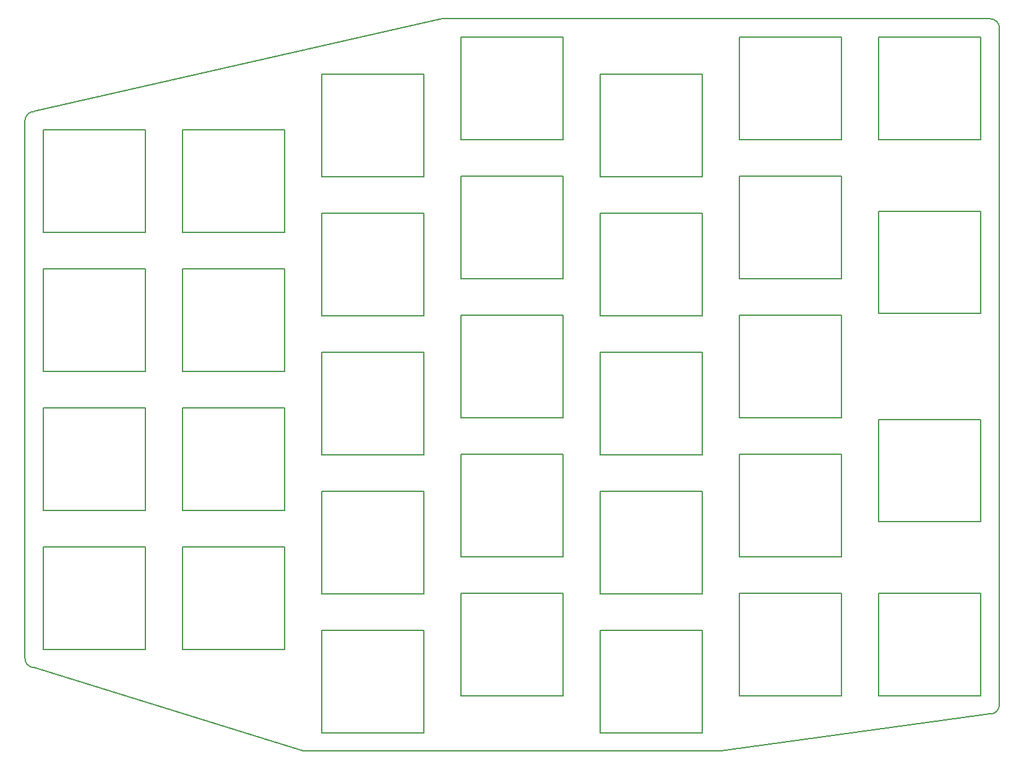
<source format=gbr>
G04 #@! TF.FileFunction,Profile,NP*
%FSLAX46Y46*%
G04 Gerber Fmt 4.6, Leading zero omitted, Abs format (unit mm)*
G04 Created by KiCad (PCBNEW 4.0.7+dfsg1-1~bpo9+1) date Sat May 26 14:25:42 2018*
%MOMM*%
%LPD*%
G01*
G04 APERTURE LIST*
%ADD10C,0.100000*%
%ADD11C,0.150000*%
G04 APERTURE END LIST*
D10*
D11*
X48895000Y-117475000D02*
X85725000Y-128905000D01*
X47625000Y-116205000D02*
G75*
G03X48895000Y-117475000I1270000J0D01*
G01*
X47625000Y-42545000D02*
X47625000Y-116205000D01*
X48895000Y-41275000D02*
X104775000Y-28575000D01*
X48895000Y-41275000D02*
G75*
G03X47625000Y-42545000I0J-1270000D01*
G01*
X142875000Y-128905000D02*
X85725000Y-128905000D01*
X179705000Y-123825000D02*
X142875000Y-128905000D01*
X179705000Y-123825000D02*
G75*
G03X180975000Y-122555000I0J1270000D01*
G01*
X180975000Y-29845000D02*
X180975000Y-122555000D01*
X104775000Y-28575000D02*
X179705000Y-28575000D01*
X180975000Y-29845000D02*
G75*
G03X179705000Y-28575000I-1270000J0D01*
G01*
X83200000Y-57800000D02*
X83200000Y-43800000D01*
X69200000Y-57800000D02*
X83200000Y-57800000D01*
X69200000Y-43800000D02*
X69200000Y-57800000D01*
X83200000Y-43800000D02*
X69200000Y-43800000D01*
X64150000Y-76850000D02*
X64150000Y-62850000D01*
X50150000Y-76850000D02*
X64150000Y-76850000D01*
X50150000Y-62850000D02*
X50150000Y-76850000D01*
X64150000Y-62850000D02*
X50150000Y-62850000D01*
X83200000Y-95900000D02*
X83200000Y-81900000D01*
X69200000Y-95900000D02*
X83200000Y-95900000D01*
X69200000Y-81900000D02*
X69200000Y-95900000D01*
X83200000Y-81900000D02*
X69200000Y-81900000D01*
X64150000Y-114950000D02*
X64150000Y-100950000D01*
X50150000Y-114950000D02*
X64150000Y-114950000D01*
X50150000Y-100950000D02*
X50150000Y-114950000D01*
X64150000Y-100950000D02*
X50150000Y-100950000D01*
X102250000Y-50180000D02*
X102250000Y-36180000D01*
X88250000Y-50180000D02*
X102250000Y-50180000D01*
X88250000Y-36180000D02*
X88250000Y-50180000D01*
X102250000Y-36180000D02*
X88250000Y-36180000D01*
X140350000Y-69230000D02*
X140350000Y-55230000D01*
X126350000Y-69230000D02*
X140350000Y-69230000D01*
X126350000Y-55230000D02*
X126350000Y-69230000D01*
X140350000Y-55230000D02*
X126350000Y-55230000D01*
X102250000Y-88280000D02*
X102250000Y-74280000D01*
X88250000Y-88280000D02*
X102250000Y-88280000D01*
X88250000Y-74280000D02*
X88250000Y-88280000D01*
X102250000Y-74280000D02*
X88250000Y-74280000D01*
X140350000Y-107330000D02*
X140350000Y-93330000D01*
X126350000Y-107330000D02*
X140350000Y-107330000D01*
X126350000Y-93330000D02*
X126350000Y-107330000D01*
X140350000Y-93330000D02*
X126350000Y-93330000D01*
X102250000Y-126380000D02*
X102250000Y-112380000D01*
X88250000Y-126380000D02*
X102250000Y-126380000D01*
X88250000Y-112380000D02*
X88250000Y-126380000D01*
X102250000Y-112380000D02*
X88250000Y-112380000D01*
X83200000Y-114950000D02*
X83200000Y-100950000D01*
X69200000Y-114950000D02*
X83200000Y-114950000D01*
X69200000Y-100950000D02*
X69200000Y-114950000D01*
X83200000Y-100950000D02*
X69200000Y-100950000D01*
X64150000Y-95900000D02*
X64150000Y-81900000D01*
X50150000Y-95900000D02*
X64150000Y-95900000D01*
X50150000Y-81900000D02*
X50150000Y-95900000D01*
X64150000Y-81900000D02*
X50150000Y-81900000D01*
X83200000Y-76850000D02*
X83200000Y-62850000D01*
X69200000Y-76850000D02*
X83200000Y-76850000D01*
X69200000Y-62850000D02*
X69200000Y-76850000D01*
X83200000Y-62850000D02*
X69200000Y-62850000D01*
X64150000Y-57800000D02*
X64150000Y-43800000D01*
X50150000Y-57800000D02*
X64150000Y-57800000D01*
X50150000Y-43800000D02*
X50150000Y-57800000D01*
X64150000Y-43800000D02*
X50150000Y-43800000D01*
X140350000Y-50180000D02*
X140350000Y-36180000D01*
X126350000Y-50180000D02*
X140350000Y-50180000D01*
X126350000Y-36180000D02*
X126350000Y-50180000D01*
X140350000Y-36180000D02*
X126350000Y-36180000D01*
X121300000Y-64150000D02*
X121300000Y-50150000D01*
X107300000Y-64150000D02*
X121300000Y-64150000D01*
X107300000Y-50150000D02*
X107300000Y-64150000D01*
X121300000Y-50150000D02*
X107300000Y-50150000D01*
X102250000Y-69230000D02*
X102250000Y-55230000D01*
X88250000Y-69230000D02*
X102250000Y-69230000D01*
X88250000Y-55230000D02*
X88250000Y-69230000D01*
X102250000Y-55230000D02*
X88250000Y-55230000D01*
X140350000Y-88280000D02*
X140350000Y-74280000D01*
X126350000Y-88280000D02*
X140350000Y-88280000D01*
X126350000Y-74280000D02*
X126350000Y-88280000D01*
X140350000Y-74280000D02*
X126350000Y-74280000D01*
X121300000Y-102250000D02*
X121300000Y-88250000D01*
X107300000Y-102250000D02*
X121300000Y-102250000D01*
X107300000Y-88250000D02*
X107300000Y-102250000D01*
X121300000Y-88250000D02*
X107300000Y-88250000D01*
X102250000Y-107330000D02*
X102250000Y-93330000D01*
X88250000Y-107330000D02*
X102250000Y-107330000D01*
X88250000Y-93330000D02*
X88250000Y-107330000D01*
X102250000Y-93330000D02*
X88250000Y-93330000D01*
X140350000Y-126380000D02*
X140350000Y-112380000D01*
X126350000Y-126380000D02*
X140350000Y-126380000D01*
X126350000Y-112380000D02*
X126350000Y-126380000D01*
X140350000Y-112380000D02*
X126350000Y-112380000D01*
X121300000Y-45100000D02*
X121300000Y-31100000D01*
X107300000Y-45100000D02*
X121300000Y-45100000D01*
X107300000Y-31100000D02*
X107300000Y-45100000D01*
X121300000Y-31100000D02*
X107300000Y-31100000D01*
X121300000Y-83200000D02*
X121300000Y-69200000D01*
X107300000Y-83200000D02*
X121300000Y-83200000D01*
X107300000Y-69200000D02*
X107300000Y-83200000D01*
X121300000Y-69200000D02*
X107300000Y-69200000D01*
X121300000Y-121300000D02*
X121300000Y-107300000D01*
X107300000Y-121300000D02*
X121300000Y-121300000D01*
X107300000Y-107300000D02*
X107300000Y-121300000D01*
X121300000Y-107300000D02*
X107300000Y-107300000D01*
X159400000Y-64150000D02*
X159400000Y-50150000D01*
X145400000Y-64150000D02*
X159400000Y-64150000D01*
X145400000Y-50150000D02*
X145400000Y-64150000D01*
X159400000Y-50150000D02*
X145400000Y-50150000D01*
X159400000Y-45100000D02*
X159400000Y-31100000D01*
X145400000Y-45100000D02*
X159400000Y-45100000D01*
X145400000Y-31100000D02*
X145400000Y-45100000D01*
X159400000Y-31100000D02*
X145400000Y-31100000D01*
X159400000Y-83200000D02*
X159400000Y-69200000D01*
X145400000Y-83200000D02*
X159400000Y-83200000D01*
X145400000Y-69200000D02*
X145400000Y-83200000D01*
X159400000Y-69200000D02*
X145400000Y-69200000D01*
X159400000Y-102250000D02*
X159400000Y-88250000D01*
X145400000Y-102250000D02*
X159400000Y-102250000D01*
X145400000Y-88250000D02*
X145400000Y-102250000D01*
X159400000Y-88250000D02*
X145400000Y-88250000D01*
X159400000Y-121300000D02*
X159400000Y-107300000D01*
X145400000Y-121300000D02*
X159400000Y-121300000D01*
X145400000Y-107300000D02*
X145400000Y-121300000D01*
X159400000Y-107300000D02*
X145400000Y-107300000D01*
X178450000Y-121300000D02*
X178450000Y-107300000D01*
X164450000Y-121300000D02*
X178450000Y-121300000D01*
X164450000Y-107300000D02*
X164450000Y-121300000D01*
X178450000Y-107300000D02*
X164450000Y-107300000D01*
X178450000Y-97487500D02*
X178450000Y-83487500D01*
X164450000Y-97487500D02*
X178450000Y-97487500D01*
X164450000Y-83487500D02*
X164450000Y-97487500D01*
X178450000Y-83487500D02*
X164450000Y-83487500D01*
X178450000Y-68912500D02*
X178450000Y-54912500D01*
X164450000Y-68912500D02*
X178450000Y-68912500D01*
X164450000Y-54912500D02*
X164450000Y-68912500D01*
X178450000Y-54912500D02*
X164450000Y-54912500D01*
X178450000Y-45100000D02*
X178450000Y-31100000D01*
X164450000Y-45100000D02*
X178450000Y-45100000D01*
X164450000Y-31100000D02*
X164450000Y-45100000D01*
X178450000Y-31100000D02*
X164450000Y-31100000D01*
M02*

</source>
